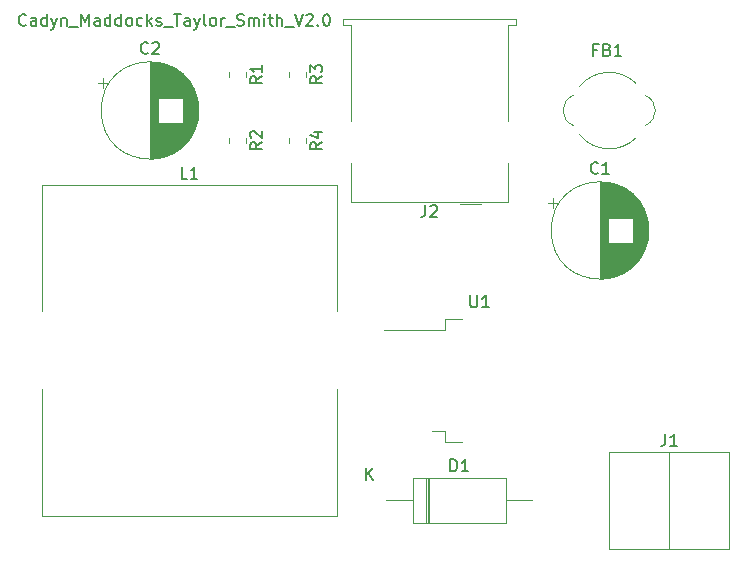
<source format=gbr>
%TF.GenerationSoftware,KiCad,Pcbnew,(6.0.4-0)*%
%TF.CreationDate,2022-06-08T11:17:20-07:00*%
%TF.ProjectId,DC_To_DC_Converter,44435f54-6f5f-4444-935f-436f6e766572,rev?*%
%TF.SameCoordinates,Original*%
%TF.FileFunction,Legend,Top*%
%TF.FilePolarity,Positive*%
%FSLAX46Y46*%
G04 Gerber Fmt 4.6, Leading zero omitted, Abs format (unit mm)*
G04 Created by KiCad (PCBNEW (6.0.4-0)) date 2022-06-08 11:17:20*
%MOMM*%
%LPD*%
G01*
G04 APERTURE LIST*
%ADD10C,0.150000*%
%ADD11C,0.120000*%
G04 APERTURE END LIST*
D10*
X118262380Y-28297142D02*
X118214761Y-28344761D01*
X118071904Y-28392380D01*
X117976666Y-28392380D01*
X117833809Y-28344761D01*
X117738571Y-28249523D01*
X117690952Y-28154285D01*
X117643333Y-27963809D01*
X117643333Y-27820952D01*
X117690952Y-27630476D01*
X117738571Y-27535238D01*
X117833809Y-27440000D01*
X117976666Y-27392380D01*
X118071904Y-27392380D01*
X118214761Y-27440000D01*
X118262380Y-27487619D01*
X119119523Y-28392380D02*
X119119523Y-27868571D01*
X119071904Y-27773333D01*
X118976666Y-27725714D01*
X118786190Y-27725714D01*
X118690952Y-27773333D01*
X119119523Y-28344761D02*
X119024285Y-28392380D01*
X118786190Y-28392380D01*
X118690952Y-28344761D01*
X118643333Y-28249523D01*
X118643333Y-28154285D01*
X118690952Y-28059047D01*
X118786190Y-28011428D01*
X119024285Y-28011428D01*
X119119523Y-27963809D01*
X120024285Y-28392380D02*
X120024285Y-27392380D01*
X120024285Y-28344761D02*
X119929047Y-28392380D01*
X119738571Y-28392380D01*
X119643333Y-28344761D01*
X119595714Y-28297142D01*
X119548095Y-28201904D01*
X119548095Y-27916190D01*
X119595714Y-27820952D01*
X119643333Y-27773333D01*
X119738571Y-27725714D01*
X119929047Y-27725714D01*
X120024285Y-27773333D01*
X120405238Y-27725714D02*
X120643333Y-28392380D01*
X120881428Y-27725714D02*
X120643333Y-28392380D01*
X120548095Y-28630476D01*
X120500476Y-28678095D01*
X120405238Y-28725714D01*
X121262380Y-27725714D02*
X121262380Y-28392380D01*
X121262380Y-27820952D02*
X121309999Y-27773333D01*
X121405238Y-27725714D01*
X121548095Y-27725714D01*
X121643333Y-27773333D01*
X121690952Y-27868571D01*
X121690952Y-28392380D01*
X121929047Y-28487619D02*
X122690952Y-28487619D01*
X122929047Y-28392380D02*
X122929047Y-27392380D01*
X123262380Y-28106666D01*
X123595714Y-27392380D01*
X123595714Y-28392380D01*
X124500476Y-28392380D02*
X124500476Y-27868571D01*
X124452857Y-27773333D01*
X124357619Y-27725714D01*
X124167142Y-27725714D01*
X124071904Y-27773333D01*
X124500476Y-28344761D02*
X124405238Y-28392380D01*
X124167142Y-28392380D01*
X124071904Y-28344761D01*
X124024285Y-28249523D01*
X124024285Y-28154285D01*
X124071904Y-28059047D01*
X124167142Y-28011428D01*
X124405238Y-28011428D01*
X124500476Y-27963809D01*
X125405238Y-28392380D02*
X125405238Y-27392380D01*
X125405238Y-28344761D02*
X125309999Y-28392380D01*
X125119523Y-28392380D01*
X125024285Y-28344761D01*
X124976666Y-28297142D01*
X124929047Y-28201904D01*
X124929047Y-27916190D01*
X124976666Y-27820952D01*
X125024285Y-27773333D01*
X125119523Y-27725714D01*
X125309999Y-27725714D01*
X125405238Y-27773333D01*
X126309999Y-28392380D02*
X126309999Y-27392380D01*
X126309999Y-28344761D02*
X126214761Y-28392380D01*
X126024285Y-28392380D01*
X125929047Y-28344761D01*
X125881428Y-28297142D01*
X125833809Y-28201904D01*
X125833809Y-27916190D01*
X125881428Y-27820952D01*
X125929047Y-27773333D01*
X126024285Y-27725714D01*
X126214761Y-27725714D01*
X126309999Y-27773333D01*
X126929047Y-28392380D02*
X126833809Y-28344761D01*
X126786190Y-28297142D01*
X126738571Y-28201904D01*
X126738571Y-27916190D01*
X126786190Y-27820952D01*
X126833809Y-27773333D01*
X126929047Y-27725714D01*
X127071904Y-27725714D01*
X127167142Y-27773333D01*
X127214761Y-27820952D01*
X127262380Y-27916190D01*
X127262380Y-28201904D01*
X127214761Y-28297142D01*
X127167142Y-28344761D01*
X127071904Y-28392380D01*
X126929047Y-28392380D01*
X128119523Y-28344761D02*
X128024285Y-28392380D01*
X127833809Y-28392380D01*
X127738571Y-28344761D01*
X127690952Y-28297142D01*
X127643333Y-28201904D01*
X127643333Y-27916190D01*
X127690952Y-27820952D01*
X127738571Y-27773333D01*
X127833809Y-27725714D01*
X128024285Y-27725714D01*
X128119523Y-27773333D01*
X128548095Y-28392380D02*
X128548095Y-27392380D01*
X128643333Y-28011428D02*
X128929047Y-28392380D01*
X128929047Y-27725714D02*
X128548095Y-28106666D01*
X129309999Y-28344761D02*
X129405238Y-28392380D01*
X129595714Y-28392380D01*
X129690952Y-28344761D01*
X129738571Y-28249523D01*
X129738571Y-28201904D01*
X129690952Y-28106666D01*
X129595714Y-28059047D01*
X129452857Y-28059047D01*
X129357619Y-28011428D01*
X129309999Y-27916190D01*
X129309999Y-27868571D01*
X129357619Y-27773333D01*
X129452857Y-27725714D01*
X129595714Y-27725714D01*
X129690952Y-27773333D01*
X129929047Y-28487619D02*
X130690952Y-28487619D01*
X130786190Y-27392380D02*
X131357619Y-27392380D01*
X131071904Y-28392380D02*
X131071904Y-27392380D01*
X132119523Y-28392380D02*
X132119523Y-27868571D01*
X132071904Y-27773333D01*
X131976666Y-27725714D01*
X131786190Y-27725714D01*
X131690952Y-27773333D01*
X132119523Y-28344761D02*
X132024285Y-28392380D01*
X131786190Y-28392380D01*
X131690952Y-28344761D01*
X131643333Y-28249523D01*
X131643333Y-28154285D01*
X131690952Y-28059047D01*
X131786190Y-28011428D01*
X132024285Y-28011428D01*
X132119523Y-27963809D01*
X132500476Y-27725714D02*
X132738571Y-28392380D01*
X132976666Y-27725714D02*
X132738571Y-28392380D01*
X132643333Y-28630476D01*
X132595714Y-28678095D01*
X132500476Y-28725714D01*
X133500476Y-28392380D02*
X133405238Y-28344761D01*
X133357619Y-28249523D01*
X133357619Y-27392380D01*
X134024285Y-28392380D02*
X133929047Y-28344761D01*
X133881428Y-28297142D01*
X133833809Y-28201904D01*
X133833809Y-27916190D01*
X133881428Y-27820952D01*
X133929047Y-27773333D01*
X134024285Y-27725714D01*
X134167142Y-27725714D01*
X134262380Y-27773333D01*
X134310000Y-27820952D01*
X134357619Y-27916190D01*
X134357619Y-28201904D01*
X134310000Y-28297142D01*
X134262380Y-28344761D01*
X134167142Y-28392380D01*
X134024285Y-28392380D01*
X134786190Y-28392380D02*
X134786190Y-27725714D01*
X134786190Y-27916190D02*
X134833809Y-27820952D01*
X134881428Y-27773333D01*
X134976666Y-27725714D01*
X135071904Y-27725714D01*
X135167142Y-28487619D02*
X135929047Y-28487619D01*
X136119523Y-28344761D02*
X136262380Y-28392380D01*
X136500476Y-28392380D01*
X136595714Y-28344761D01*
X136643333Y-28297142D01*
X136690952Y-28201904D01*
X136690952Y-28106666D01*
X136643333Y-28011428D01*
X136595714Y-27963809D01*
X136500476Y-27916190D01*
X136310000Y-27868571D01*
X136214761Y-27820952D01*
X136167142Y-27773333D01*
X136119523Y-27678095D01*
X136119523Y-27582857D01*
X136167142Y-27487619D01*
X136214761Y-27440000D01*
X136310000Y-27392380D01*
X136548095Y-27392380D01*
X136690952Y-27440000D01*
X137119523Y-28392380D02*
X137119523Y-27725714D01*
X137119523Y-27820952D02*
X137167142Y-27773333D01*
X137262380Y-27725714D01*
X137405238Y-27725714D01*
X137500476Y-27773333D01*
X137548095Y-27868571D01*
X137548095Y-28392380D01*
X137548095Y-27868571D02*
X137595714Y-27773333D01*
X137690952Y-27725714D01*
X137833809Y-27725714D01*
X137929047Y-27773333D01*
X137976666Y-27868571D01*
X137976666Y-28392380D01*
X138452857Y-28392380D02*
X138452857Y-27725714D01*
X138452857Y-27392380D02*
X138405238Y-27440000D01*
X138452857Y-27487619D01*
X138500476Y-27440000D01*
X138452857Y-27392380D01*
X138452857Y-27487619D01*
X138786190Y-27725714D02*
X139167142Y-27725714D01*
X138929047Y-27392380D02*
X138929047Y-28249523D01*
X138976666Y-28344761D01*
X139071904Y-28392380D01*
X139167142Y-28392380D01*
X139500476Y-28392380D02*
X139500476Y-27392380D01*
X139929047Y-28392380D02*
X139929047Y-27868571D01*
X139881428Y-27773333D01*
X139786190Y-27725714D01*
X139643333Y-27725714D01*
X139548095Y-27773333D01*
X139500476Y-27820952D01*
X140167142Y-28487619D02*
X140929047Y-28487619D01*
X141024285Y-27392380D02*
X141357619Y-28392380D01*
X141690952Y-27392380D01*
X141976666Y-27487619D02*
X142024285Y-27440000D01*
X142119523Y-27392380D01*
X142357619Y-27392380D01*
X142452857Y-27440000D01*
X142500476Y-27487619D01*
X142548095Y-27582857D01*
X142548095Y-27678095D01*
X142500476Y-27820952D01*
X141929047Y-28392380D01*
X142548095Y-28392380D01*
X142976666Y-28297142D02*
X143024285Y-28344761D01*
X142976666Y-28392380D01*
X142929047Y-28344761D01*
X142976666Y-28297142D01*
X142976666Y-28392380D01*
X143643333Y-27392380D02*
X143738571Y-27392380D01*
X143833809Y-27440000D01*
X143881428Y-27487619D01*
X143929047Y-27582857D01*
X143976666Y-27773333D01*
X143976666Y-28011428D01*
X143929047Y-28201904D01*
X143881428Y-28297142D01*
X143833809Y-28344761D01*
X143738571Y-28392380D01*
X143643333Y-28392380D01*
X143548095Y-28344761D01*
X143500476Y-28297142D01*
X143452857Y-28201904D01*
X143405238Y-28011428D01*
X143405238Y-27773333D01*
X143452857Y-27582857D01*
X143500476Y-27487619D01*
X143548095Y-27440000D01*
X143643333Y-27392380D01*
%TO.C,R4*%
X143326380Y-38266666D02*
X142850190Y-38600000D01*
X143326380Y-38838095D02*
X142326380Y-38838095D01*
X142326380Y-38457142D01*
X142374000Y-38361904D01*
X142421619Y-38314285D01*
X142516857Y-38266666D01*
X142659714Y-38266666D01*
X142754952Y-38314285D01*
X142802571Y-38361904D01*
X142850190Y-38457142D01*
X142850190Y-38838095D01*
X142659714Y-37409523D02*
X143326380Y-37409523D01*
X142278761Y-37647619D02*
X142993047Y-37885714D01*
X142993047Y-37266666D01*
%TO.C,R3*%
X143326380Y-32678666D02*
X142850190Y-33012000D01*
X143326380Y-33250095D02*
X142326380Y-33250095D01*
X142326380Y-32869142D01*
X142374000Y-32773904D01*
X142421619Y-32726285D01*
X142516857Y-32678666D01*
X142659714Y-32678666D01*
X142754952Y-32726285D01*
X142802571Y-32773904D01*
X142850190Y-32869142D01*
X142850190Y-33250095D01*
X142326380Y-32345333D02*
X142326380Y-31726285D01*
X142707333Y-32059619D01*
X142707333Y-31916761D01*
X142754952Y-31821523D01*
X142802571Y-31773904D01*
X142897809Y-31726285D01*
X143135904Y-31726285D01*
X143231142Y-31773904D01*
X143278761Y-31821523D01*
X143326380Y-31916761D01*
X143326380Y-32202476D01*
X143278761Y-32297714D01*
X143231142Y-32345333D01*
%TO.C,R2*%
X138246380Y-38266666D02*
X137770190Y-38600000D01*
X138246380Y-38838095D02*
X137246380Y-38838095D01*
X137246380Y-38457142D01*
X137294000Y-38361904D01*
X137341619Y-38314285D01*
X137436857Y-38266666D01*
X137579714Y-38266666D01*
X137674952Y-38314285D01*
X137722571Y-38361904D01*
X137770190Y-38457142D01*
X137770190Y-38838095D01*
X137341619Y-37885714D02*
X137294000Y-37838095D01*
X137246380Y-37742857D01*
X137246380Y-37504761D01*
X137294000Y-37409523D01*
X137341619Y-37361904D01*
X137436857Y-37314285D01*
X137532095Y-37314285D01*
X137674952Y-37361904D01*
X138246380Y-37933333D01*
X138246380Y-37314285D01*
%TO.C,R1*%
X138246380Y-32678666D02*
X137770190Y-33012000D01*
X138246380Y-33250095D02*
X137246380Y-33250095D01*
X137246380Y-32869142D01*
X137294000Y-32773904D01*
X137341619Y-32726285D01*
X137436857Y-32678666D01*
X137579714Y-32678666D01*
X137674952Y-32726285D01*
X137722571Y-32773904D01*
X137770190Y-32869142D01*
X137770190Y-33250095D01*
X138246380Y-31726285D02*
X138246380Y-32297714D01*
X138246380Y-32012000D02*
X137246380Y-32012000D01*
X137389238Y-32107238D01*
X137484476Y-32202476D01*
X137532095Y-32297714D01*
%TO.C,C1*%
X166683333Y-40827142D02*
X166635714Y-40874761D01*
X166492857Y-40922380D01*
X166397619Y-40922380D01*
X166254761Y-40874761D01*
X166159523Y-40779523D01*
X166111904Y-40684285D01*
X166064285Y-40493809D01*
X166064285Y-40350952D01*
X166111904Y-40160476D01*
X166159523Y-40065238D01*
X166254761Y-39970000D01*
X166397619Y-39922380D01*
X166492857Y-39922380D01*
X166635714Y-39970000D01*
X166683333Y-40017619D01*
X167635714Y-40922380D02*
X167064285Y-40922380D01*
X167350000Y-40922380D02*
X167350000Y-39922380D01*
X167254761Y-40065238D01*
X167159523Y-40160476D01*
X167064285Y-40208095D01*
%TO.C,FB1*%
X166627886Y-30408571D02*
X166294553Y-30408571D01*
X166294553Y-30932380D02*
X166294553Y-29932380D01*
X166770743Y-29932380D01*
X167485029Y-30408571D02*
X167627886Y-30456190D01*
X167675505Y-30503809D01*
X167723124Y-30599047D01*
X167723124Y-30741904D01*
X167675505Y-30837142D01*
X167627886Y-30884761D01*
X167532648Y-30932380D01*
X167151696Y-30932380D01*
X167151696Y-29932380D01*
X167485029Y-29932380D01*
X167580267Y-29980000D01*
X167627886Y-30027619D01*
X167675505Y-30122857D01*
X167675505Y-30218095D01*
X167627886Y-30313333D01*
X167580267Y-30360952D01*
X167485029Y-30408571D01*
X167151696Y-30408571D01*
X168675505Y-30932380D02*
X168104077Y-30932380D01*
X168389791Y-30932380D02*
X168389791Y-29932380D01*
X168294553Y-30075238D01*
X168199315Y-30170476D01*
X168104077Y-30218095D01*
%TO.C,J1*%
X172386666Y-62952380D02*
X172386666Y-63666666D01*
X172339047Y-63809523D01*
X172243809Y-63904761D01*
X172100952Y-63952380D01*
X172005714Y-63952380D01*
X173386666Y-63952380D02*
X172815238Y-63952380D01*
X173100952Y-63952380D02*
X173100952Y-62952380D01*
X173005714Y-63095238D01*
X172910476Y-63190476D01*
X172815238Y-63238095D01*
%TO.C,D1*%
X154201904Y-66112380D02*
X154201904Y-65112380D01*
X154440000Y-65112380D01*
X154582857Y-65160000D01*
X154678095Y-65255238D01*
X154725714Y-65350476D01*
X154773333Y-65540952D01*
X154773333Y-65683809D01*
X154725714Y-65874285D01*
X154678095Y-65969523D01*
X154582857Y-66064761D01*
X154440000Y-66112380D01*
X154201904Y-66112380D01*
X155725714Y-66112380D02*
X155154285Y-66112380D01*
X155440000Y-66112380D02*
X155440000Y-65112380D01*
X155344761Y-65255238D01*
X155249523Y-65350476D01*
X155154285Y-65398095D01*
X147058095Y-66832380D02*
X147058095Y-65832380D01*
X147629523Y-66832380D02*
X147200952Y-66260952D01*
X147629523Y-65832380D02*
X147058095Y-66403809D01*
%TO.C,U1*%
X155883095Y-51222380D02*
X155883095Y-52031904D01*
X155930714Y-52127142D01*
X155978333Y-52174761D01*
X156073571Y-52222380D01*
X156264047Y-52222380D01*
X156359285Y-52174761D01*
X156406904Y-52127142D01*
X156454523Y-52031904D01*
X156454523Y-51222380D01*
X157454523Y-52222380D02*
X156883095Y-52222380D01*
X157168809Y-52222380D02*
X157168809Y-51222380D01*
X157073571Y-51365238D01*
X156978333Y-51460476D01*
X156883095Y-51508095D01*
%TO.C,C2*%
X128583333Y-30667142D02*
X128535714Y-30714761D01*
X128392857Y-30762380D01*
X128297619Y-30762380D01*
X128154761Y-30714761D01*
X128059523Y-30619523D01*
X128011904Y-30524285D01*
X127964285Y-30333809D01*
X127964285Y-30190952D01*
X128011904Y-30000476D01*
X128059523Y-29905238D01*
X128154761Y-29810000D01*
X128297619Y-29762380D01*
X128392857Y-29762380D01*
X128535714Y-29810000D01*
X128583333Y-29857619D01*
X128964285Y-29857619D02*
X129011904Y-29810000D01*
X129107142Y-29762380D01*
X129345238Y-29762380D01*
X129440476Y-29810000D01*
X129488095Y-29857619D01*
X129535714Y-29952857D01*
X129535714Y-30048095D01*
X129488095Y-30190952D01*
X128916666Y-30762380D01*
X129535714Y-30762380D01*
%TO.C,J2*%
X152066666Y-43562380D02*
X152066666Y-44276666D01*
X152019047Y-44419523D01*
X151923809Y-44514761D01*
X151780952Y-44562380D01*
X151685714Y-44562380D01*
X152495238Y-43657619D02*
X152542857Y-43610000D01*
X152638095Y-43562380D01*
X152876190Y-43562380D01*
X152971428Y-43610000D01*
X153019047Y-43657619D01*
X153066666Y-43752857D01*
X153066666Y-43848095D01*
X153019047Y-43990952D01*
X152447619Y-44562380D01*
X153066666Y-44562380D01*
%TO.C,L1*%
X131913333Y-41332380D02*
X131437142Y-41332380D01*
X131437142Y-40332380D01*
X132770476Y-41332380D02*
X132199047Y-41332380D01*
X132484761Y-41332380D02*
X132484761Y-40332380D01*
X132389523Y-40475238D01*
X132294285Y-40570476D01*
X132199047Y-40618095D01*
D11*
%TO.C,R4*%
X141959000Y-37872936D02*
X141959000Y-38327064D01*
X140489000Y-37872936D02*
X140489000Y-38327064D01*
%TO.C,R3*%
X141959000Y-32284936D02*
X141959000Y-32739064D01*
X140489000Y-32284936D02*
X140489000Y-32739064D01*
%TO.C,R2*%
X136879000Y-37872936D02*
X136879000Y-38327064D01*
X135409000Y-37872936D02*
X135409000Y-38327064D01*
%TO.C,R1*%
X136879000Y-32284936D02*
X136879000Y-32739064D01*
X135409000Y-32284936D02*
X135409000Y-32739064D01*
%TO.C,C1*%
X170411000Y-43686000D02*
X170411000Y-47754000D01*
X168211000Y-46760000D02*
X168211000Y-49570000D01*
X167971000Y-41795000D02*
X167971000Y-44680000D01*
X170451000Y-43756000D02*
X170451000Y-47684000D01*
X168571000Y-42016000D02*
X168571000Y-44680000D01*
X169211000Y-46760000D02*
X169211000Y-49058000D01*
X170211000Y-43375000D02*
X170211000Y-48065000D01*
X169971000Y-43069000D02*
X169971000Y-48371000D01*
X168051000Y-41818000D02*
X168051000Y-44680000D01*
X167891000Y-41773000D02*
X167891000Y-44680000D01*
X167210000Y-41655000D02*
X167210000Y-49785000D01*
X169531000Y-46760000D02*
X169531000Y-48810000D01*
X170771000Y-44491000D02*
X170771000Y-46949000D01*
X168171000Y-46760000D02*
X168171000Y-49583000D01*
X168251000Y-46760000D02*
X168251000Y-49555000D01*
X167611000Y-46760000D02*
X167611000Y-49730000D01*
X169731000Y-42813000D02*
X169731000Y-48627000D01*
X168211000Y-41870000D02*
X168211000Y-44680000D01*
X168491000Y-46760000D02*
X168491000Y-49460000D01*
X168891000Y-46760000D02*
X168891000Y-49260000D01*
X168611000Y-42034000D02*
X168611000Y-44680000D01*
X169051000Y-46760000D02*
X169051000Y-49164000D01*
X170811000Y-44622000D02*
X170811000Y-46818000D01*
X162440302Y-43405000D02*
X163240302Y-43405000D01*
X168771000Y-42114000D02*
X168771000Y-44680000D01*
X167771000Y-41744000D02*
X167771000Y-44680000D01*
X168171000Y-41857000D02*
X168171000Y-44680000D01*
X169491000Y-42596000D02*
X169491000Y-44680000D01*
X170091000Y-43215000D02*
X170091000Y-48225000D01*
X168131000Y-46760000D02*
X168131000Y-49597000D01*
X170331000Y-43554000D02*
X170331000Y-47886000D01*
X167811000Y-41753000D02*
X167811000Y-44680000D01*
X169571000Y-42665000D02*
X169571000Y-44680000D01*
X170891000Y-44952000D02*
X170891000Y-46488000D01*
X168291000Y-46760000D02*
X168291000Y-49541000D01*
X168851000Y-46760000D02*
X168851000Y-49282000D01*
X168451000Y-46760000D02*
X168451000Y-49477000D01*
X169451000Y-46760000D02*
X169451000Y-48876000D01*
X168731000Y-42093000D02*
X168731000Y-44680000D01*
X169011000Y-46760000D02*
X169011000Y-49189000D01*
X168731000Y-46760000D02*
X168731000Y-49347000D01*
X167410000Y-41678000D02*
X167410000Y-49762000D01*
X168091000Y-46760000D02*
X168091000Y-49609000D01*
X169251000Y-42411000D02*
X169251000Y-44680000D01*
X169091000Y-46760000D02*
X169091000Y-49138000D01*
X168931000Y-42203000D02*
X168931000Y-44680000D01*
X169611000Y-42701000D02*
X169611000Y-44680000D01*
X167450000Y-41683000D02*
X167450000Y-49757000D01*
X166850000Y-41640000D02*
X166850000Y-49800000D01*
X167130000Y-41649000D02*
X167130000Y-49791000D01*
X168291000Y-41899000D02*
X168291000Y-44680000D01*
X169171000Y-42355000D02*
X169171000Y-44680000D01*
X170531000Y-43907000D02*
X170531000Y-47533000D01*
X168811000Y-46760000D02*
X168811000Y-49304000D01*
X167571000Y-41703000D02*
X167571000Y-44680000D01*
X168371000Y-46760000D02*
X168371000Y-49510000D01*
X168091000Y-41831000D02*
X168091000Y-44680000D01*
X162840302Y-43005000D02*
X162840302Y-43805000D01*
X169371000Y-42500000D02*
X169371000Y-44680000D01*
X167651000Y-41718000D02*
X167651000Y-44680000D01*
X169291000Y-46760000D02*
X169291000Y-49000000D01*
X169691000Y-42775000D02*
X169691000Y-48665000D01*
X168771000Y-46760000D02*
X168771000Y-49326000D01*
X170251000Y-43433000D02*
X170251000Y-48007000D01*
X167571000Y-46760000D02*
X167571000Y-49737000D01*
X169131000Y-46760000D02*
X169131000Y-49112000D01*
X169451000Y-42564000D02*
X169451000Y-44680000D01*
X170131000Y-43266000D02*
X170131000Y-48174000D01*
X170371000Y-43618000D02*
X170371000Y-47822000D01*
X167811000Y-46760000D02*
X167811000Y-49687000D01*
X167050000Y-41644000D02*
X167050000Y-49796000D01*
X169091000Y-42302000D02*
X169091000Y-44680000D01*
X167370000Y-41672000D02*
X167370000Y-49768000D01*
X170571000Y-43989000D02*
X170571000Y-47451000D01*
X167330000Y-41668000D02*
X167330000Y-49772000D01*
X167250000Y-41659000D02*
X167250000Y-49781000D01*
X167971000Y-46760000D02*
X167971000Y-49645000D01*
X169171000Y-46760000D02*
X169171000Y-49085000D01*
X167771000Y-46760000D02*
X167771000Y-49696000D01*
X170691000Y-44267000D02*
X170691000Y-47173000D01*
X167691000Y-41726000D02*
X167691000Y-44680000D01*
X167010000Y-41643000D02*
X167010000Y-49797000D01*
X170051000Y-43164000D02*
X170051000Y-48276000D01*
X169571000Y-46760000D02*
X169571000Y-48775000D01*
X167851000Y-46760000D02*
X167851000Y-49677000D01*
X168251000Y-41885000D02*
X168251000Y-44680000D01*
X168651000Y-46760000D02*
X168651000Y-49386000D01*
X170291000Y-43492000D02*
X170291000Y-47948000D01*
X169531000Y-42630000D02*
X169531000Y-44680000D01*
X167090000Y-41646000D02*
X167090000Y-49794000D01*
X169371000Y-46760000D02*
X169371000Y-48940000D01*
X169931000Y-43023000D02*
X169931000Y-48417000D01*
X170491000Y-43830000D02*
X170491000Y-47610000D01*
X169251000Y-46760000D02*
X169251000Y-49029000D01*
X169051000Y-42276000D02*
X169051000Y-44680000D01*
X169811000Y-42894000D02*
X169811000Y-48546000D01*
X168691000Y-46760000D02*
X168691000Y-49367000D01*
X168371000Y-41930000D02*
X168371000Y-44680000D01*
X168611000Y-46760000D02*
X168611000Y-49406000D01*
X170851000Y-44772000D02*
X170851000Y-46668000D01*
X169411000Y-46760000D02*
X169411000Y-48909000D01*
X170931000Y-45187000D02*
X170931000Y-46253000D01*
X169891000Y-42979000D02*
X169891000Y-48461000D01*
X170171000Y-43320000D02*
X170171000Y-48120000D01*
X168451000Y-41963000D02*
X168451000Y-44680000D01*
X167651000Y-46760000D02*
X167651000Y-49722000D01*
X169331000Y-42470000D02*
X169331000Y-44680000D01*
X169651000Y-42737000D02*
X169651000Y-48703000D01*
X168411000Y-46760000D02*
X168411000Y-49494000D01*
X167290000Y-41663000D02*
X167290000Y-49777000D01*
X169851000Y-42936000D02*
X169851000Y-48504000D01*
X168971000Y-42227000D02*
X168971000Y-44680000D01*
X168651000Y-42054000D02*
X168651000Y-44680000D01*
X167891000Y-46760000D02*
X167891000Y-49667000D01*
X167851000Y-41763000D02*
X167851000Y-44680000D01*
X169011000Y-42251000D02*
X169011000Y-44680000D01*
X167611000Y-41710000D02*
X167611000Y-44680000D01*
X166890000Y-41640000D02*
X166890000Y-49800000D01*
X170011000Y-43116000D02*
X170011000Y-48324000D01*
X170611000Y-44075000D02*
X170611000Y-47365000D01*
X168411000Y-41946000D02*
X168411000Y-44680000D01*
X168131000Y-41843000D02*
X168131000Y-44680000D01*
X167170000Y-41652000D02*
X167170000Y-49788000D01*
X168531000Y-46760000D02*
X168531000Y-49442000D01*
X169331000Y-46760000D02*
X169331000Y-48970000D01*
X166930000Y-41640000D02*
X166930000Y-49800000D01*
X169131000Y-42328000D02*
X169131000Y-44680000D01*
X170731000Y-44374000D02*
X170731000Y-47066000D01*
X168971000Y-46760000D02*
X168971000Y-49213000D01*
X168491000Y-41980000D02*
X168491000Y-44680000D01*
X169611000Y-46760000D02*
X169611000Y-48739000D01*
X167691000Y-46760000D02*
X167691000Y-49714000D01*
X168011000Y-46760000D02*
X168011000Y-49634000D01*
X168931000Y-46760000D02*
X168931000Y-49237000D01*
X169771000Y-42853000D02*
X169771000Y-48587000D01*
X168691000Y-42073000D02*
X168691000Y-44680000D01*
X169491000Y-46760000D02*
X169491000Y-48844000D01*
X169211000Y-42382000D02*
X169211000Y-44680000D01*
X168571000Y-46760000D02*
X168571000Y-49424000D01*
X168851000Y-42158000D02*
X168851000Y-44680000D01*
X168331000Y-46760000D02*
X168331000Y-49525000D01*
X168811000Y-42136000D02*
X168811000Y-44680000D01*
X168531000Y-41998000D02*
X168531000Y-44680000D01*
X166970000Y-41641000D02*
X166970000Y-49799000D01*
X168891000Y-42180000D02*
X168891000Y-44680000D01*
X169411000Y-42531000D02*
X169411000Y-44680000D01*
X167731000Y-46760000D02*
X167731000Y-49705000D01*
X168011000Y-41806000D02*
X168011000Y-44680000D01*
X169291000Y-42440000D02*
X169291000Y-44680000D01*
X167530000Y-41696000D02*
X167530000Y-49744000D01*
X167731000Y-41735000D02*
X167731000Y-44680000D01*
X167490000Y-41690000D02*
X167490000Y-49750000D01*
X167931000Y-41784000D02*
X167931000Y-44680000D01*
X170651000Y-44168000D02*
X170651000Y-47272000D01*
X168051000Y-46760000D02*
X168051000Y-49622000D01*
X167931000Y-46760000D02*
X167931000Y-49656000D01*
X168331000Y-41915000D02*
X168331000Y-44680000D01*
X170970000Y-45720000D02*
G75*
G03*
X170970000Y-45720000I-4120000J0D01*
G01*
%TO.C,FB1*%
X165100000Y-37592000D02*
G75*
G03*
X169940068Y-37860068I2540000J2032000D01*
G01*
X170688000Y-36830000D02*
G75*
G03*
X170688000Y-34290000I-508000J1270000D01*
G01*
X164592000Y-34290000D02*
G75*
G03*
X164592000Y-36830000I508000J-1270000D01*
G01*
X169926001Y-33273999D02*
G75*
G03*
X165115535Y-33540428I-2286001J-2286001D01*
G01*
%TO.C,J1*%
X177800000Y-64480000D02*
X177800000Y-72680000D01*
X167640000Y-64480000D02*
X167640000Y-72680000D01*
X167640000Y-72680000D02*
X177800000Y-72680000D01*
X167640000Y-64480000D02*
X177800000Y-64480000D01*
X172720000Y-72680000D02*
X172720000Y-64480000D01*
%TO.C,D1*%
X152160000Y-66660000D02*
X152160000Y-70500000D01*
X151020000Y-70500000D02*
X158860000Y-70500000D01*
X148760000Y-68580000D02*
X151020000Y-68580000D01*
X152280000Y-66660000D02*
X152280000Y-70500000D01*
X161120000Y-68580000D02*
X158860000Y-68580000D01*
X158860000Y-70500000D02*
X158860000Y-66660000D01*
X151020000Y-66660000D02*
X151020000Y-70500000D01*
X152400000Y-66660000D02*
X152400000Y-70500000D01*
X158860000Y-66660000D02*
X151020000Y-66660000D01*
%TO.C,U1*%
X153695000Y-62670000D02*
X152595000Y-62670000D01*
X155195000Y-63620000D02*
X153695000Y-63620000D01*
X155195000Y-53220000D02*
X153695000Y-53220000D01*
X153695000Y-53220000D02*
X153695000Y-54170000D01*
X153695000Y-63620000D02*
X153695000Y-62670000D01*
X153695000Y-54170000D02*
X148570000Y-54170000D01*
%TO.C,C2*%
X130951000Y-32116000D02*
X130951000Y-34520000D01*
X128790000Y-31480000D02*
X128790000Y-39640000D01*
X131191000Y-36600000D02*
X131191000Y-38840000D01*
X130751000Y-31998000D02*
X130751000Y-34520000D01*
X130351000Y-36600000D02*
X130351000Y-39317000D01*
X129951000Y-36600000D02*
X129951000Y-39462000D01*
X130311000Y-31786000D02*
X130311000Y-34520000D01*
X131031000Y-32168000D02*
X131031000Y-34520000D01*
X130271000Y-31770000D02*
X130271000Y-34520000D01*
X131391000Y-36600000D02*
X131391000Y-38684000D01*
X130591000Y-36600000D02*
X130591000Y-39207000D01*
X129471000Y-36600000D02*
X129471000Y-39577000D01*
X124340302Y-33245000D02*
X125140302Y-33245000D01*
X130471000Y-31856000D02*
X130471000Y-34520000D01*
X129871000Y-36600000D02*
X129871000Y-39485000D01*
X130551000Y-31894000D02*
X130551000Y-34520000D01*
X128990000Y-31486000D02*
X128990000Y-39634000D01*
X130071000Y-36600000D02*
X130071000Y-39423000D01*
X130271000Y-36600000D02*
X130271000Y-39350000D01*
X132271000Y-33458000D02*
X132271000Y-37662000D01*
X129871000Y-31635000D02*
X129871000Y-34520000D01*
X132551000Y-34008000D02*
X132551000Y-37112000D01*
X130711000Y-31976000D02*
X130711000Y-34520000D01*
X132071000Y-33160000D02*
X132071000Y-37960000D01*
X129711000Y-31593000D02*
X129711000Y-34520000D01*
X132231000Y-33394000D02*
X132231000Y-37726000D01*
X131311000Y-32371000D02*
X131311000Y-34520000D01*
X132791000Y-34792000D02*
X132791000Y-36328000D01*
X131271000Y-36600000D02*
X131271000Y-38780000D01*
X124740302Y-32845000D02*
X124740302Y-33645000D01*
X130911000Y-36600000D02*
X130911000Y-39029000D01*
X131151000Y-32251000D02*
X131151000Y-34520000D01*
X130791000Y-32020000D02*
X130791000Y-34520000D01*
X132031000Y-33106000D02*
X132031000Y-38014000D01*
X131231000Y-32310000D02*
X131231000Y-34520000D01*
X131511000Y-36600000D02*
X131511000Y-38579000D01*
X130391000Y-36600000D02*
X130391000Y-39300000D01*
X129511000Y-36600000D02*
X129511000Y-39570000D01*
X132431000Y-33747000D02*
X132431000Y-37373000D01*
X130151000Y-31725000D02*
X130151000Y-34520000D01*
X131711000Y-32734000D02*
X131711000Y-38386000D01*
X130431000Y-31838000D02*
X130431000Y-34520000D01*
X131431000Y-36600000D02*
X131431000Y-38650000D01*
X131191000Y-32280000D02*
X131191000Y-34520000D01*
X130111000Y-36600000D02*
X130111000Y-39410000D01*
X130511000Y-36600000D02*
X130511000Y-39246000D01*
X129070000Y-31492000D02*
X129070000Y-39628000D01*
X130671000Y-31954000D02*
X130671000Y-34520000D01*
X129671000Y-36600000D02*
X129671000Y-39536000D01*
X131271000Y-32340000D02*
X131271000Y-34520000D01*
X130711000Y-36600000D02*
X130711000Y-39144000D01*
X131631000Y-32653000D02*
X131631000Y-38467000D01*
X129631000Y-36600000D02*
X129631000Y-39545000D01*
X131551000Y-32577000D02*
X131551000Y-38543000D01*
X130191000Y-31739000D02*
X130191000Y-34520000D01*
X131911000Y-32956000D02*
X131911000Y-38164000D01*
X131111000Y-36600000D02*
X131111000Y-38898000D01*
X131831000Y-32863000D02*
X131831000Y-38257000D01*
X132151000Y-33273000D02*
X132151000Y-37847000D01*
X131591000Y-32615000D02*
X131591000Y-38505000D01*
X129591000Y-36600000D02*
X129591000Y-39554000D01*
X129831000Y-36600000D02*
X129831000Y-39496000D01*
X130991000Y-36600000D02*
X130991000Y-38978000D01*
X130871000Y-36600000D02*
X130871000Y-39053000D01*
X129751000Y-31603000D02*
X129751000Y-34520000D01*
X130591000Y-31913000D02*
X130591000Y-34520000D01*
X132311000Y-33526000D02*
X132311000Y-37594000D01*
X132351000Y-33596000D02*
X132351000Y-37524000D01*
X129991000Y-31671000D02*
X129991000Y-34520000D01*
X129270000Y-31512000D02*
X129270000Y-39608000D01*
X129751000Y-36600000D02*
X129751000Y-39517000D01*
X130071000Y-31697000D02*
X130071000Y-34520000D01*
X131471000Y-36600000D02*
X131471000Y-38615000D01*
X130831000Y-36600000D02*
X130831000Y-39077000D01*
X132511000Y-33915000D02*
X132511000Y-37205000D01*
X130911000Y-32091000D02*
X130911000Y-34520000D01*
X129671000Y-31584000D02*
X129671000Y-34520000D01*
X131951000Y-33004000D02*
X131951000Y-38116000D01*
X129110000Y-31495000D02*
X129110000Y-39625000D01*
X128830000Y-31480000D02*
X128830000Y-39640000D01*
X130511000Y-31874000D02*
X130511000Y-34520000D01*
X131031000Y-36600000D02*
X131031000Y-38952000D01*
X129230000Y-31508000D02*
X129230000Y-39612000D01*
X132671000Y-34331000D02*
X132671000Y-36789000D01*
X130031000Y-31683000D02*
X130031000Y-34520000D01*
X131311000Y-36600000D02*
X131311000Y-38749000D01*
X128950000Y-31484000D02*
X128950000Y-39636000D01*
X129591000Y-31566000D02*
X129591000Y-34520000D01*
X130111000Y-31710000D02*
X130111000Y-34520000D01*
X129551000Y-31558000D02*
X129551000Y-34520000D01*
X130311000Y-36600000D02*
X130311000Y-39334000D01*
X131231000Y-36600000D02*
X131231000Y-38810000D01*
X129471000Y-31543000D02*
X129471000Y-34520000D01*
X129030000Y-31489000D02*
X129030000Y-39631000D01*
X132711000Y-34462000D02*
X132711000Y-36658000D01*
X130871000Y-32067000D02*
X130871000Y-34520000D01*
X131151000Y-36600000D02*
X131151000Y-38869000D01*
X129511000Y-31550000D02*
X129511000Y-34520000D01*
X130031000Y-36600000D02*
X130031000Y-39437000D01*
X131351000Y-32404000D02*
X131351000Y-34520000D01*
X132591000Y-34107000D02*
X132591000Y-37013000D01*
X129951000Y-31658000D02*
X129951000Y-34520000D01*
X131791000Y-32819000D02*
X131791000Y-38301000D01*
X130751000Y-36600000D02*
X130751000Y-39122000D01*
X130551000Y-36600000D02*
X130551000Y-39226000D01*
X131671000Y-32693000D02*
X131671000Y-38427000D01*
X130991000Y-32142000D02*
X130991000Y-34520000D01*
X131991000Y-33055000D02*
X131991000Y-38065000D01*
X129551000Y-36600000D02*
X129551000Y-39562000D01*
X129150000Y-31499000D02*
X129150000Y-39621000D01*
X130631000Y-31933000D02*
X130631000Y-34520000D01*
X129991000Y-36600000D02*
X129991000Y-39449000D01*
X132831000Y-35027000D02*
X132831000Y-36093000D01*
X128870000Y-31481000D02*
X128870000Y-39639000D01*
X128910000Y-31483000D02*
X128910000Y-39637000D01*
X129350000Y-31523000D02*
X129350000Y-39597000D01*
X130631000Y-36600000D02*
X130631000Y-39187000D01*
X130391000Y-31820000D02*
X130391000Y-34520000D01*
X128750000Y-31480000D02*
X128750000Y-39640000D01*
X130151000Y-36600000D02*
X130151000Y-39395000D01*
X129911000Y-36600000D02*
X129911000Y-39474000D01*
X129631000Y-31575000D02*
X129631000Y-34520000D01*
X129310000Y-31518000D02*
X129310000Y-39602000D01*
X132471000Y-33829000D02*
X132471000Y-37291000D01*
X132111000Y-33215000D02*
X132111000Y-37905000D01*
X131511000Y-32541000D02*
X131511000Y-34520000D01*
X129911000Y-31646000D02*
X129911000Y-34520000D01*
X131871000Y-32909000D02*
X131871000Y-38211000D01*
X131471000Y-32505000D02*
X131471000Y-34520000D01*
X129390000Y-31530000D02*
X129390000Y-39590000D01*
X132751000Y-34612000D02*
X132751000Y-36508000D01*
X131351000Y-36600000D02*
X131351000Y-38716000D01*
X129430000Y-31536000D02*
X129430000Y-39584000D01*
X131391000Y-32436000D02*
X131391000Y-34520000D01*
X130231000Y-31755000D02*
X130231000Y-34520000D01*
X132191000Y-33332000D02*
X132191000Y-37788000D01*
X129711000Y-36600000D02*
X129711000Y-39527000D01*
X131751000Y-32776000D02*
X131751000Y-38344000D01*
X130431000Y-36600000D02*
X130431000Y-39282000D01*
X130351000Y-31803000D02*
X130351000Y-34520000D01*
X132391000Y-33670000D02*
X132391000Y-37450000D01*
X131071000Y-36600000D02*
X131071000Y-38925000D01*
X129791000Y-31613000D02*
X129791000Y-34520000D01*
X131071000Y-32195000D02*
X131071000Y-34520000D01*
X130231000Y-36600000D02*
X130231000Y-39365000D01*
X130671000Y-36600000D02*
X130671000Y-39166000D01*
X129791000Y-36600000D02*
X129791000Y-39507000D01*
X131431000Y-32470000D02*
X131431000Y-34520000D01*
X132631000Y-34214000D02*
X132631000Y-36906000D01*
X131111000Y-32222000D02*
X131111000Y-34520000D01*
X130951000Y-36600000D02*
X130951000Y-39004000D01*
X130831000Y-32043000D02*
X130831000Y-34520000D01*
X129190000Y-31503000D02*
X129190000Y-39617000D01*
X129831000Y-31624000D02*
X129831000Y-34520000D01*
X130791000Y-36600000D02*
X130791000Y-39100000D01*
X130191000Y-36600000D02*
X130191000Y-39381000D01*
X130471000Y-36600000D02*
X130471000Y-39264000D01*
X132870000Y-35560000D02*
G75*
G03*
X132870000Y-35560000I-4120000J0D01*
G01*
%TO.C,J2*%
X145090000Y-27820000D02*
X145090000Y-28340000D01*
X159060000Y-28340000D02*
X159710000Y-28340000D01*
X159060000Y-43300000D02*
X159060000Y-39970000D01*
X159710000Y-27820000D02*
X145090000Y-27820000D01*
X145740000Y-36450000D02*
X145740000Y-28340000D01*
X159060000Y-28340000D02*
X159060000Y-36450000D01*
X156800000Y-43520000D02*
X155000000Y-43520000D01*
X145090000Y-28340000D02*
X145740000Y-28340000D01*
X159710000Y-28340000D02*
X159710000Y-27820000D01*
X145740000Y-43300000D02*
X145740000Y-39970000D01*
X159060000Y-43300000D02*
X145740000Y-43300000D01*
%TO.C,L1*%
X144580000Y-59180000D02*
X144580000Y-69880000D01*
X119580000Y-41880000D02*
X144580000Y-41880000D01*
X119580000Y-41880000D02*
X119580000Y-52580000D01*
X144580000Y-69880000D02*
X119580000Y-69880000D01*
X119580000Y-69880000D02*
X119580000Y-59180000D01*
X144580000Y-41880000D02*
X144580000Y-52580000D01*
%TD*%
M02*

</source>
